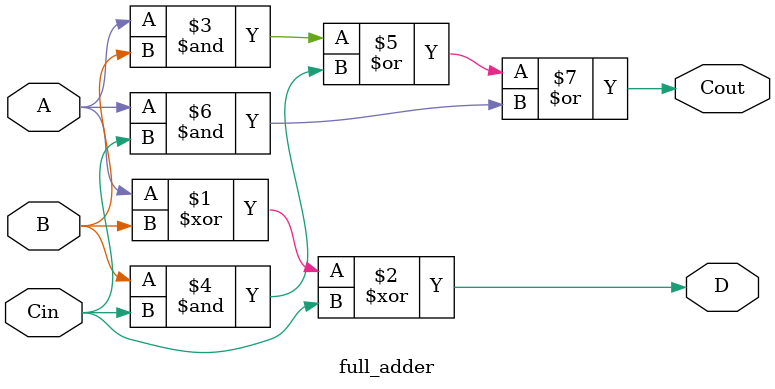
<source format=v>
module full_adder(
input wire A,B,Cin,
output wire D,Cout
);
assign D=A^B^Cin;
assign Cout=(A&B)|(B&Cin)|(A&Cin);
endmodule
</source>
